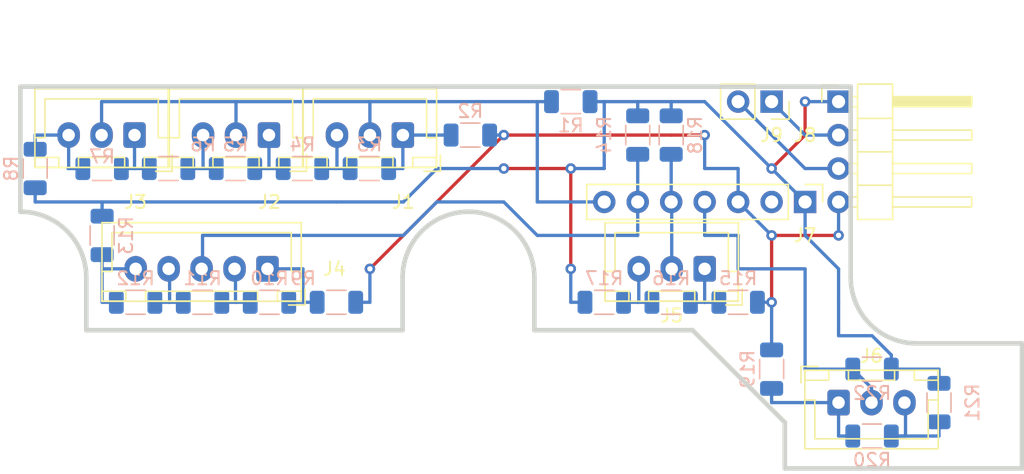
<source format=kicad_pcb>
(kicad_pcb (version 20211014) (generator pcbnew)
  (layers (0 "F.Cu" signal) (31 "B.Cu" signal) (34 "B.Paste" user) (35 "F.Paste" user) (36 "B.SilkS" user "B.Silkscreen") (37 "F.SilkS" user "F.Silkscreen") (38 "B.Mask" user) (39 "F.Mask" user) (44 "Edge.Cuts" user))
  (net 0 "")
  (net 1 "Net-(J2-Pad3)")
  (net 2 "Net-(J1-Pad1)")
  (net 3 "Net-(J1-Pad2)")
  (net 4 "Net-(J1-Pad3)")
  (net 5 "Net-(J2-Pad1)")
  (net 6 "Net-(J3-Pad1)")
  (net 7 "Net-(J3-Pad3)")
  (net 8 "Net-(J4-Pad1)")
  (net 9 "Net-(J4-Pad2)")
  (net 10 "Net-(J4-Pad3)")
  (net 11 "Net-(J4-Pad4)")
  (net 12 "Net-(J4-Pad5)")
  (net 13 "Net-(J5-Pad1)")
  (net 14 "Net-(J6-Pad1)")
  (net 15 "Net-(J6-Pad2)")
  (net 16 "Net-(J6-Pad3)")
  (net 17 "Net-(J5-Pad2)")
  (net 18 "Net-(J5-Pad3)")
  (net 20 "Net-(J7-Pad1)")
  (net 21 "Net-(J7-Pad3)")
  (net 22 "Net-(J8-Pad2)")
  (net 23 "Net-(J8-Pad3)")
  (footprint "Connector_JST:JST_XH_B5B-XH-A_1x05_P2.50mm_Vertical" (layer "F.Cu") (at 88.748004 53.34 180)
    (fp_text reference "J4" (at -5.08 0) (layer "F.SilkS"))
    (fp_text value "Conn_01x05_Male")
    (pad "1" thru_hole roundrect (at 0 0 180) (size 1.7 1.95) (drill 0.95) (layers *.Cu *.Mask) (roundrect_rratio 0.1470588235) (net 8 "Net-(J4-Pad1)"))
    (pad "2" thru_hole oval (at 2.5 0 180) (size 1.7 1.95) (drill 0.95) (layers *.Cu *.Mask) (net 9 "Net-(J4-Pad2)"))
    (pad "3" thru_hole oval (at 5 0 180) (size 1.7 1.95) (drill 0.95) (layers *.Cu *.Mask) (net 10 "Net-(J4-Pad3)"))
    (pad "4" thru_hole oval (at 7.5 0 180) (size 1.7 1.95) (drill 0.95) (layers *.Cu *.Mask) (net 11 "Net-(J4-Pad4)"))
    (pad "5" thru_hole oval (at 10 0 180) (size 1.7 1.95) (drill 0.95) (layers *.Cu *.Mask) (net 12 "Net-(J4-Pad5)"))
  )
  (footprint "Connector_JST:JST_XH_B3B-XH-A_1x03_P2.50mm_Vertical" (layer "F.Cu") (at 121.92 53.34 180)
    (fp_text reference "J5" (at 2.5 -3.55) (layer "F.SilkS"))
    (fp_text value "Conn_01x03_Male")
    (pad "1" thru_hole roundrect (at 0 0 180) (size 1.7 1.95) (drill 0.95) (layers *.Cu *.Mask) (roundrect_rratio 0.1470588235) (net 13 "Net-(J5-Pad1)"))
    (pad "2" thru_hole oval (at 2.5 0 180) (size 1.7 1.95) (drill 0.95) (layers *.Cu *.Mask) (net 17 "Net-(J5-Pad2)"))
    (pad "3" thru_hole oval (at 5 0 180) (size 1.7 1.95) (drill 0.95) (layers *.Cu *.Mask) (net 18 "Net-(J5-Pad3)"))
  )
  (footprint "Connector_JST:JST_XH_B3B-XH-A_1x03_P2.50mm_Vertical" (layer "F.Cu") (at 132.08 63.5)
    (fp_text reference "J6" (at 2.5 -3.55) (layer "F.SilkS"))
    (fp_text value "Conn_01x03_Male")
    (pad "1" thru_hole roundrect (at 0 0) (size 1.7 1.95) (drill 0.95) (layers *.Cu *.Mask) (roundrect_rratio 0.1470588235) (net 14 "Net-(J6-Pad1)"))
    (pad "2" thru_hole oval (at 2.5 0) (size 1.7 1.95) (drill 0.95) (layers *.Cu *.Mask) (net 15 "Net-(J6-Pad2)"))
    (pad "3" thru_hole oval (at 5 0) (size 1.7 1.95) (drill 0.95) (layers *.Cu *.Mask) (net 16 "Net-(J6-Pad3)"))
  )
  (footprint "Connector_JST:JST_XH_B3B-XH-A_1x03_P2.50mm_Vertical" (layer "F.Cu") (at 78.66 43.18 180)
    (fp_text reference "J3" (at -0.08 -5.08) (layer "F.SilkS"))
    (fp_text value "Conn_01x03_Male")
    (pad "1" thru_hole roundrect (at 0 0 180) (size 1.7 1.95) (drill 0.95) (layers *.Cu *.Mask) (roundrect_rratio 0.1470588235) (net 6 "Net-(J3-Pad1)"))
    (pad "2" thru_hole oval (at 2.5 0 180) (size 1.7 1.95) (drill 0.95) (layers *.Cu *.Mask) (net 3 "Net-(J1-Pad2)"))
    (pad "3" thru_hole oval (at 5 0 180) (size 1.7 1.95) (drill 0.95) (layers *.Cu *.Mask) (net 7 "Net-(J3-Pad3)"))
  )
  (footprint "Connector_PinSocket_2.54mm:PinSocket_1x02_P2.54mm_Vertical" (layer "F.Cu") (at 127 40.64 -90)
    (fp_text reference "J9" (at 2.54 0) (layer "F.SilkS"))
    (fp_text value "Conn_01x02_Female")
    (pad "1" thru_hole rect (at 0 0 270) (size 1.7 1.7) (drill 1) (layers *.Cu *.Mask) (net 22 "Net-(J8-Pad2)"))
    (pad "2" thru_hole oval (at 0 2.54 270) (size 1.7 1.7) (drill 1) (layers *.Cu *.Mask) (net 23 "Net-(J8-Pad3)"))
  )
  (footprint "Connector_PinHeader_2.54mm:PinHeader_1x04_P2.54mm_Horizontal" (layer "F.Cu") (at 132.08 40.64)
    (fp_text reference "J8" (at -2.54 2.54) (layer "F.SilkS"))
    (fp_text value "Conn_01x04_Male")
    (pad "1" thru_hole rect (at 0 0) (size 1.7 1.7) (drill 1) (layers *.Cu *.Mask) (net 20 "Net-(J7-Pad1)"))
    (pad "2" thru_hole oval (at 0 2.54) (size 1.7 1.7) (drill 1) (layers *.Cu *.Mask) (net 22 "Net-(J8-Pad2)"))
    (pad "3" thru_hole oval (at 0 5.08) (size 1.7 1.7) (drill 1) (layers *.Cu *.Mask) (net 23 "Net-(J8-Pad3)"))
    (pad "4" thru_hole oval (at 0 7.62) (size 1.7 1.7) (drill 1) (layers *.Cu *.Mask) (net 21 "Net-(J7-Pad3)"))
  )
  (footprint "Connector_JST:JST_XH_B3B-XH-A_1x03_P2.50mm_Vertical" (layer "F.Cu") (at 99.02 43.18 180)
    (fp_text reference "J1" (at -0.04 -5.08) (layer "F.SilkS"))
    (fp_text value "Conn_01x03_Male")
    (pad "1" thru_hole roundrect (at 0 0 180) (size 1.7 1.95) (drill 0.95) (layers *.Cu *.Mask) (roundrect_rratio 0.1470588235) (net 2 "Net-(J1-Pad1)"))
    (pad "2" thru_hole oval (at 2.5 0 180) (size 1.7 1.95) (drill 0.95) (layers *.Cu *.Mask) (net 3 "Net-(J1-Pad2)"))
    (pad "3" thru_hole oval (at 5 0 180) (size 1.7 1.95) (drill 0.95) (layers *.Cu *.Mask) (net 4 "Net-(J1-Pad3)"))
  )
  (footprint "Connector_JST:JST_XH_B3B-XH-A_1x03_P2.50mm_Vertical" (layer "F.Cu") (at 88.86 43.18 180)
    (fp_text reference "J2" (at -0.04 -5.08) (layer "F.SilkS"))
    (fp_text value "Conn_01x03_Male")
    (pad "1" thru_hole roundrect (at 0 0 180) (size 1.7 1.95) (drill 0.95) (layers *.Cu *.Mask) (roundrect_rratio 0.1470588235) (net 5 "Net-(J2-Pad1)"))
    (pad "2" thru_hole oval (at 2.5 0 180) (size 1.7 1.95) (drill 0.95) (layers *.Cu *.Mask) (net 3 "Net-(J1-Pad2)"))
    (pad "3" thru_hole oval (at 5 0 180) (size 1.7 1.95) (drill 0.95) (layers *.Cu *.Mask) (net 1 "Net-(J2-Pad3)"))
  )
  (footprint "Connector_PinHeader_2.54mm:PinHeader_1x07_P2.54mm_Vertical" (layer "F.Cu") (at 129.54 48.26 -90)
    (fp_text reference "J7" (at 2.54 0) (layer "F.SilkS"))
    (fp_text value "Conn_01x07_Male")
    (pad "1" thru_hole rect (at 0 0 270) (size 1.7 1.7) (drill 1) (layers *.Cu *.Mask) (net 20 "Net-(J7-Pad1)"))
    (pad "2" thru_hole oval (at 0 2.54 270) (size 1.7 1.7) (drill 1) (layers *.Cu *.Mask))
    (pad "3" thru_hole oval (at 0 5.08 270) (size 1.7 1.7) (drill 1) (layers *.Cu *.Mask) (net 21 "Net-(J7-Pad3)"))
    (pad "4" thru_hole oval (at 0 7.62 270) (size 1.7 1.7) (drill 1) (layers *.Cu *.Mask) (net 15 "Net-(J6-Pad2)"))
    (pad "5" thru_hole oval (at 0 10.16 270) (size 1.7 1.7) (drill 1) (layers *.Cu *.Mask) (net 17 "Net-(J5-Pad2)"))
    (pad "6" thru_hole oval (at 0 12.7 270) (size 1.7 1.7) (drill 1) (layers *.Cu *.Mask) (net 10 "Net-(J4-Pad3)"))
    (pad "7" thru_hole oval (at 0 15.24 270) (size 1.7 1.7) (drill 1) (layers *.Cu *.Mask) (net 3 "Net-(J1-Pad2)"))
  )
  (footprint "Resistor_SMD:R_1206_3216Metric" (layer "B.Cu") (at 83.82 55.88 180)
    (fp_text reference "R11" (at 0 1.82) (layer "B.SilkS") (effects (justify mirror)))
    (fp_text value "220R")
    (pad "1" smd roundrect (at -1.4625 0 180) (size 1.125 1.75) (layers "B.Cu" "B.Paste" "B.Mask") (roundrect_rratio 0.2222222222) (net 9 "Net-(J4-Pad2)"))
    (pad "2" smd roundrect (at 1.4625 0 180) (size 1.125 1.75) (layers "B.Cu" "B.Paste" "B.Mask") (roundrect_rratio 0.2222222222) (net 11 "Net-(J4-Pad4)"))
  )
  (footprint "Resistor_SMD:R_1206_3216Metric" (layer "B.Cu") (at 139.7 63.5 90)
    (fp_text reference "R21" (at 0 2.54 90) (layer "B.SilkS") (effects (justify mirror)))
    (fp_text value "220R")
    (pad "1" smd roundrect (at -1.4625 0 90) (size 1.125 1.75) (layers "B.Cu" "B.Paste" "B.Mask") (roundrect_rratio 0.2222222222) (net 16 "Net-(J6-Pad3)"))
    (pad "2" smd roundrect (at 1.4625 0 90) (size 1.125 1.75) (layers "B.Cu" "B.Paste" "B.Mask") (roundrect_rratio 0.2222222222) (net 20 "Net-(J7-Pad1)"))
  )
  (footprint "Resistor_SMD:R_1206_3216Metric" (layer "B.Cu") (at 76.2 50.8 90)
    (fp_text reference "R13" (at 0 1.82 90) (layer "B.SilkS") (effects (justify mirror)))
    (fp_text value "220R")
    (pad "1" smd roundrect (at -1.4625 0 90) (size 1.125 1.75) (layers "B.Cu" "B.Paste" "B.Mask") (roundrect_rratio 0.2222222222) (net 12 "Net-(J4-Pad5)"))
    (pad "2" smd roundrect (at 1.4625 0 90) (size 1.125 1.75) (layers "B.Cu" "B.Paste" "B.Mask") (roundrect_rratio 0.2222222222) (net 20 "Net-(J7-Pad1)"))
  )
  (footprint "Resistor_SMD:R_1206_3216Metric" (layer "B.Cu") (at 86.32 45.72 180)
    (fp_text reference "R5" (at 0 1.82) (layer "B.SilkS") (effects (justify mirror)))
    (fp_text value "220R")
    (pad "1" smd roundrect (at -1.4625 0 180) (size 1.125 1.75) (layers "B.Cu" "B.Paste" "B.Mask") (roundrect_rratio 0.2222222222) (net 5 "Net-(J2-Pad1)"))
    (pad "2" smd roundrect (at 1.4625 0 180) (size 1.125 1.75) (layers "B.Cu" "B.Paste" "B.Mask") (roundrect_rratio 0.2222222222) (net 1 "Net-(J2-Pad3)"))
  )
  (footprint "Resistor_SMD:R_1206_3216Metric" (layer "B.Cu") (at 91.4 45.72 180)
    (fp_text reference "R4" (at 0 1.82) (layer "B.SilkS") (effects (justify mirror)))
    (fp_text value "220R")
    (pad "1" smd roundrect (at -1.4625 0 180) (size 1.125 1.75) (layers "B.Cu" "B.Paste" "B.Mask") (roundrect_rratio 0.2222222222) (net 4 "Net-(J1-Pad3)"))
    (pad "2" smd roundrect (at 1.4625 0 180) (size 1.125 1.75) (layers "B.Cu" "B.Paste" "B.Mask") (roundrect_rratio 0.2222222222) (net 5 "Net-(J2-Pad1)"))
  )
  (footprint "Resistor_SMD:R_1206_3216Metric" (layer "B.Cu") (at 119.38 43.18 90)
    (fp_text reference "R18" (at 0 1.82 90) (layer "B.SilkS") (effects (justify mirror)))
    (fp_text value "220R")
    (pad "1" smd roundrect (at -1.4625 0 90) (size 1.125 1.75) (layers "B.Cu" "B.Paste" "B.Mask") (roundrect_rratio 0.2222222222) (net 17 "Net-(J5-Pad2)"))
    (pad "2" smd roundrect (at 1.4625 0 90) (size 1.125 1.75) (layers "B.Cu" "B.Paste" "B.Mask") (roundrect_rratio 0.2222222222) (net 20 "Net-(J7-Pad1)"))
  )
  (footprint "Resistor_SMD:R_1206_3216Metric" (layer "B.Cu") (at 76.2 45.72 180)
    (fp_text reference "R7" (at 0 0.91) (layer "B.SilkS") (effects (justify mirror)))
    (fp_text value "220R")
    (pad "1" smd roundrect (at -1.4625 0 180) (size 1.125 1.75) (layers "B.Cu" "B.Paste" "B.Mask") (roundrect_rratio 0.2222222222) (net 6 "Net-(J3-Pad1)"))
    (pad "2" smd roundrect (at 1.4625 0 180) (size 1.125 1.75) (layers "B.Cu" "B.Paste" "B.Mask") (roundrect_rratio 0.2222222222) (net 7 "Net-(J3-Pad3)"))
  )
  (footprint "Resistor_SMD:R_1206_3216Metric" (layer "B.Cu") (at 104.14 43.18 180)
    (fp_text reference "R2" (at 0 1.82) (layer "B.SilkS") (effects (justify mirror)))
    (fp_text value "220R")
    (pad "1" smd roundrect (at -1.4625 0 180) (size 1.125 1.75) (layers "B.Cu" "B.Paste" "B.Mask") (roundrect_rratio 0.2222222222) (net 21 "Net-(J7-Pad3)"))
    (pad "2" smd roundrect (at 1.4625 0 180) (size 1.125 1.75) (layers "B.Cu" "B.Paste" "B.Mask") (roundrect_rratio 0.2222222222) (net 2 "Net-(J1-Pad1)"))
  )
  (footprint "Resistor_SMD:R_1206_3216Metric" (layer "B.Cu") (at 127 60.96 -90)
    (fp_text reference "R19" (at 0 1.82 90) (layer "B.SilkS") (effects (justify mirror)))
    (fp_text value "220R")
    (pad "1" smd roundrect (at -1.4625 0 270) (size 1.125 1.75) (layers "B.Cu" "B.Paste" "B.Mask") (roundrect_rratio 0.2222222222) (net 21 "Net-(J7-Pad3)"))
    (pad "2" smd roundrect (at 1.4625 0 270) (size 1.125 1.75) (layers "B.Cu" "B.Paste" "B.Mask") (roundrect_rratio 0.2222222222) (net 14 "Net-(J6-Pad1)"))
  )
  (footprint "Resistor_SMD:R_1206_3216Metric" (layer "B.Cu") (at 96.48 45.72 180)
    (fp_text reference "R3" (at 0 1.82) (layer "B.SilkS") (effects (justify mirror)))
    (fp_text value "220R")
    (pad "1" smd roundrect (at -1.4625 0 180) (size 1.125 1.75) (layers "B.Cu" "B.Paste" "B.Mask") (roundrect_rratio 0.2222222222) (net 2 "Net-(J1-Pad1)"))
    (pad "2" smd roundrect (at 1.4625 0 180) (size 1.125 1.75) (layers "B.Cu" "B.Paste" "B.Mask") (roundrect_rratio 0.2222222222) (net 4 "Net-(J1-Pad3)"))
  )
  (footprint "Resistor_SMD:R_1206_3216Metric" (layer "B.Cu") (at 114.3 55.88 180)
    (fp_text reference "R17" (at 0 1.82) (layer "B.SilkS") (effects (justify mirror)))
    (fp_text value "220R")
    (pad "1" smd roundrect (at -1.4625 0 180) (size 1.125 1.75) (layers "B.Cu" "B.Paste" "B.Mask") (roundrect_rratio 0.2222222222) (net 18 "Net-(J5-Pad3)"))
    (pad "2" smd roundrect (at 1.4625 0 180) (size 1.125 1.75) (layers "B.Cu" "B.Paste" "B.Mask") (roundrect_rratio 0.2222222222) (net 20 "Net-(J7-Pad1)"))
  )
  (footprint "Resistor_SMD:R_1206_3216Metric" (layer "B.Cu") (at 93.98 55.88 180)
    (fp_text reference "R9" (at 2.54 1.82) (layer "B.SilkS") (effects (justify mirror)))
    (fp_text value "220R")
    (pad "1" smd roundrect (at -1.4625 0 180) (size 1.125 1.75) (layers "B.Cu" "B.Paste" "B.Mask") (roundrect_rratio 0.2222222222) (net 21 "Net-(J7-Pad3)"))
    (pad "2" smd roundrect (at 1.4625 0 180) (size 1.125 1.75) (layers "B.Cu" "B.Paste" "B.Mask") (roundrect_rratio 0.2222222222) (net 8 "Net-(J4-Pad1)"))
  )
  (footprint "Resistor_SMD:R_1206_3216Metric" (layer "B.Cu") (at 111.76 40.64)
    (fp_text reference "R1" (at 0 1.82) (layer "B.SilkS") (effects (justify mirror)))
    (fp_text value "220R")
    (pad "1" smd roundrect (at -1.4625 0) (size 1.125 1.75) (layers "B.Cu" "B.Paste" "B.Mask") (roundrect_rratio 0.2222222222) (net 3 "Net-(J1-Pad2)"))
    (pad "2" smd roundrect (at 1.4625 0) (size 1.125 1.75) (layers "B.Cu" "B.Paste" "B.Mask") (roundrect_rratio 0.2222222222) (net 20 "Net-(J7-Pad1)"))
  )
  (footprint "Resistor_SMD:R_1206_3216Metric" (layer "B.Cu") (at 124.46 55.88 180)
    (fp_text reference "R15" (at 0 1.82) (layer "B.SilkS") (effects (justify mirror)))
    (fp_text value "220R")
    (pad "1" smd roundrect (at -1.4625 0 180) (size 1.125 1.75) (layers "B.Cu" "B.Paste" "B.Mask") (roundrect_rratio 0.2222222222) (net 21 "Net-(J7-Pad3)"))
    (pad "2" smd roundrect (at 1.4625 0 180) (size 1.125 1.75) (layers "B.Cu" "B.Paste" "B.Mask") (roundrect_rratio 0.2222222222) (net 13 "Net-(J5-Pad1)"))
  )
  (footprint "Resistor_SMD:R_1206_3216Metric" (layer "B.Cu") (at 78.74 55.88 180)
    (fp_text reference "R12" (at 0 1.82) (layer "B.SilkS") (effects (justify mirror)))
    (fp_text value "220R")
    (pad "1" smd roundrect (at -1.4625 0 180) (size 1.125 1.75) (layers "B.Cu" "B.Paste" "B.Mask") (roundrect_rratio 0.2222222222) (net 11 "Net-(J4-Pad4)"))
    (pad "2" smd roundrect (at 1.4625 0 180) (size 1.125 1.75) (layers "B.Cu" "B.Paste" "B.Mask") (roundrect_rratio 0.2222222222) (net 12 "Net-(J4-Pad5)"))
  )
  (footprint "Resistor_SMD:R_1206_3216Metric" (layer "B.Cu") (at 71.12 45.72 -90)
    (fp_text reference "R8" (at 0 1.82 90) (layer "B.SilkS") (effects (justify mirror)))
    (fp_text value "220R")
    (pad "1" smd roundrect (at -1.4625 0 270) (size 1.125 1.75) (layers "B.Cu" "B.Paste" "B.Mask") (roundrect_rratio 0.2222222222) (net 7 "Net-(J3-Pad3)"))
    (pad "2" smd roundrect (at 1.4625 0 270) (size 1.125 1.75) (layers "B.Cu" "B.Paste" "B.Mask") (roundrect_rratio 0.2222222222) (net 20 "Net-(J7-Pad1)"))
  )
  (footprint "Resistor_SMD:R_1206_3216Metric" (layer "B.Cu") (at 119.38 55.88 180)
    (fp_text reference "R16" (at 0 1.82) (layer "B.SilkS") (effects (justify mirror)))
    (fp_text value "220R")
    (pad "1" smd roundrect (at -1.4625 0 180) (size 1.125 1.75) (layers "B.Cu" "B.Paste" "B.Mask") (roundrect_rratio 0.2222222222) (net 13 "Net-(J5-Pad1)"))
    (pad "2" smd roundrect (at 1.4625 0 180) (size 1.125 1.75) (layers "B.Cu" "B.Paste" "B.Mask") (roundrect_rratio 0.2222222222) (net 18 "Net-(J5-Pad3)"))
  )
  (footprint "Resistor_SMD:R_1206_3216Metric" (layer "B.Cu") (at 134.62 66.04)
    (fp_text reference "R20" (at 0 1.82) (layer "B.SilkS") (effects (justify mirror)))
    (fp_text value "220R")
    (pad "1" smd roundrect (at -1.4625 0) (size 1.125 1.75) (layers "B.Cu" "B.Paste" "B.Mask") (roundrect_rratio 0.2222222222) (net 14 "Net-(J6-Pad1)"))
    (pad "2" smd roundrect (at 1.4625 0) (size 1.125 1.75) (layers "B.Cu" "B.Paste" "B.Mask") (roundrect_rratio 0.2222222222) (net 16 "Net-(J6-Pad3)"))
  )
  (footprint "Resistor_SMD:R_1206_3216Metric" (layer "B.Cu") (at 116.84 43.18 90)
    (fp_text reference "R14" (at 0 -2.54 90) (layer "B.SilkS") (effects (justify mirror)))
    (fp_text value "220R")
    (pad "1" smd roundrect (at -1.4625 0 90) (size 1.125 1.75) (layers "B.Cu" "B.Paste" "B.Mask") (roundrect_rratio 0.2222222222) (net 10 "Net-(J4-Pad3)"))
    (pad "2" smd roundrect (at 1.4625 0 90) (size 1.125 1.75) (layers "B.Cu" "B.Paste" "B.Mask") (roundrect_rratio 0.2222222222) (net 20 "Net-(J7-Pad1)"))
  )
  (footprint "Resistor_SMD:R_1206_3216Metric" (layer "B.Cu") (at 88.9 55.88 180)
    (fp_text reference "R10" (at 0 1.82) (layer "B.SilkS") (effects (justify mirror)))
    (fp_text value "220R")
    (pad "1" smd roundrect (at -1.4625 0 180) (size 1.125 1.75) (layers "B.Cu" "B.Paste" "B.Mask") (roundrect_rratio 0.2222222222) (net 8 "Net-(J4-Pad1)"))
    (pad "2" smd roundrect (at 1.4625 0 180) (size 1.125 1.75) (layers "B.Cu" "B.Paste" "B.Mask") (roundrect_rratio 0.2222222222) (net 9 "Net-(J4-Pad2)"))
  )
  (footprint "Resistor_SMD:R_1206_3216Metric" (layer "B.Cu") (at 81.24 45.72 180)
    (fp_text reference "R6" (at -2.62 1.82) (layer "B.SilkS") (effects (justify mirror)))
    (fp_text value "220R")
    (pad "1" smd roundrect (at -1.4625 0 180) (size 1.125 1.75) (layers "B.Cu" "B.Paste" "B.Mask") (roundrect_rratio 0.2222222222) (net 1 "Net-(J2-Pad3)"))
    (pad "2" smd roundrect (at 1.4625 0 180) (size 1.125 1.75) (layers "B.Cu" "B.Paste" "B.Mask") (roundrect_rratio 0.2222222222) (net 6 "Net-(J3-Pad1)"))
  )
  (footprint "Resistor_SMD:R_1206_3216Metric" (layer "B.Cu") (at 134.62 60.96)
    (fp_text reference "R22" (at 0 1.82) (layer "B.SilkS") (effects (justify mirror)))
    (fp_text value "220R")
    (pad "1" smd roundrect (at -1.4625 0) (size 1.125 1.75) (layers "B.Cu" "B.Paste" "B.Mask") (roundrect_rratio 0.2222222222) (net 15 "Net-(J6-Pad2)"))
    (pad "2" smd roundrect (at 1.4625 0) (size 1.125 1.75) (layers "B.Cu" "B.Paste" "B.Mask") (roundrect_rratio 0.2222222222) (net 20 "Net-(J7-Pad1)"))
  )
  (gr_line (start 99.002782 53.832948) (end 99 54) (layer "Edge.Cuts") (width 0.349999))
  (gr_line (start 107.305175 50.248067) (end 107.051582 50.0391) (layer "Edge.Cuts") (width 0.349999))
  (gr_line (start 134.644126 57.706505) (end 134.831209 57.867676) (layer "Edge.Cuts") (width 0.349999))
  (gr_line (start 127.999999 64.999998) (end 127.999999 64.999998) (layer "Edge.Cuts") (width 0.349999))
  (gr_line (start 108.95603 53.337701) (end 108.901856 53.013599) (layer "Edge.Cuts") (width 0.349999))
  (gr_line (start 70.247943 49.006145) (end 70.000008 49) (layer "Edge.Cuts") (width 0.349999))
  (gr_line (start 134.464464 57.535533) (end 134.464464 57.535533) (layer "Edge.Cuts") (width 0.349999))
  (gr_line (start 109 57.999999) (end 109 57.999999) (layer "Edge.Cuts") (width 0.349999))
  (gr_line (start 101.5 49.669872) (end 101.5 49.669872) (layer "Edge.Cuts") (width 0.349999))
  (gr_line (start 71.218758 49.150794) (end 70.980013 49.096961) (layer "Edge.Cuts") (width 0.349999))
  (gr_line (start 133.479405 56.136414) (end 133.58903 56.354451) (layer "Edge.Cuts") (width 0.349999))
  (gr_line (start 133.292782 55.685866) (end 133.3806 55.913416) (layer "Edge.Cuts") (width 0.349999))
  (gr_line (start 99.043971 53.337702) (end 99.024833 53.501685) (layer "Edge.Cuts") (width 0.349999))
  (gr_line (start 103.676457 49.010466) (end 103.353966 49.041866) (layer "Edge.Cuts") (width 0.349999))
  (gr_line (start 134.13232 57.168788) (end 134.293492 57.35587) (layer "Edge.Cuts") (width 0.349999))
  (gr_line (start 100.234665 50.710154) (end 100.129805 50.834209) (layer "Edge.Cuts") (width 0.349999))
  (gr_line (start 145.999997 68.499998) (end 145.999997 68.499998) (layer "Edge.Cuts") (width 0.349999))
  (gr_line (start 74.783881 52.545823) (end 74.707222 52.314131) (layer "Edge.Cuts") (width 0.349999))
  (gr_line (start 106.5 49.669872) (end 106.205906 49.512871) (layer "Edge.Cuts") (width 0.349999))
  (gr_line (start 74.975541 53.50581) (end 74.945213 53.26165) (layer "Edge.Cuts") (width 0.349999))
  (gr_line (start 101.5 49.669872) (end 101.35672 49.755806) (layer "Edge.Cuts") (width 0.349999))
  (gr_line (start 99.669874 51.499999) (end 99.591221 51.641463) (layer "Edge.Cuts") (width 0.349999))
  (gr_line (start 99.068431 53.174969) (end 99.043971 53.337702) (layer "Edge.Cuts") (width 0.349999))
  (gr_line (start 132.999998 53.999999) (end 133.006143 54.247935) (layer "Edge.Cuts") (width 0.349999))
  (gr_line (start 73.535538 50.464466) (end 73.355876 50.293494) (layer "Edge.Cuts") (width 0.349999))
  (gr_line (start 133.58903 56.354451) (end 133.709303 56.567117) (layer "Edge.Cuts") (width 0.349999))
  (gr_line (start 135.025302 58.018878) (end 135.225995 58.15994) (layer "Edge.Cuts") (width 0.349999))
  (gr_line (start 73.355876 50.293494) (end 73.168793 50.132322) (layer "Edge.Cuts") (width 0.349999))
  (gr_line (start 133.024464 54.494187) (end 133.054793 54.738348) (layer "Edge.Cuts") (width 0.349999))
  (gr_line (start 72.774007 49.840058) (end 72.567122 49.709305) (layer "Edge.Cuts") (width 0.349999))
  (gr_line (start 102.095552 49.376803) (end 101.794095 49.512871) (layer "Edge.Cuts") (width 0.349999))
  (gr_line (start 99.098145 53.0136) (end 99.068431 53.174969) (layer "Edge.Cuts") (width 0.349999))
  (gr_line (start 75.000008 57.999999) (end 75.000008 53.999999) (layer "Edge.Cuts") (width 0.349999))
  (gr_line (start 120.999999 57.999999) (end 120.999999 57.999999) (layer "Edge.Cuts") (width 0.349999))
  (gr_line (start 106.205906 49.512871) (end 105.904449 49.376803) (layer "Edge.Cuts") (width 0.349999))
  (gr_line (start 106.5 49.669872) (end 106.5 49.669872) (layer "Edge.Cuts") (width 0.349999))
  (gr_line (start 133.3806 55.913416) (end 133.479405 56.136414) (layer "Edge.Cuts") (width 0.349999))
  (gr_line (start 132.999998 53.999999) (end 132.999998 53.999999) (layer "Edge.Cuts") (width 0.349999))
  (gr_line (start 99.447776 51.931785) (end 99.383114 52.080415) (layer "Edge.Cuts") (width 0.349999))
  (gr_line (start 99 57.999999) (end 99 57.999999) (layer "Edge.Cuts") (width 0.349999))
  (gr_line (start 74.2907 51.432881) (end 74.159947 51.225997) (layer "Edge.Cuts") (width 0.349999))
  (gr_line (start 100.343663 50.589398) (end 100.234665 50.710154) (layer "Edge.Cuts") (width 0.349999))
  (gr_line (start 99.753058 51.361153) (end 99.669874 51.499999) (layer "Edge.Cuts") (width 0.349999))
  (gr_line (start 70.494196 49.024466) (end 70.247943 49.006145) (layer "Edge.Cuts") (width 0.349999))
  (gr_line (start 105.283655 49.167467) (end 104.966423 49.0942) (layer "Edge.Cuts") (width 0.349999))
  (gr_line (start 137.999998 58.999999) (end 145.999997 58.999999) (layer "Edge.Cuts") (width 0.349999))
  (gr_line (start 145.999997 68.499998) (end 127.999999 68.499998) (layer "Edge.Cuts") (width 0.349999))
  (gr_line (start 102.40332 49.261668) (end 102.095552 49.376803) (layer "Edge.Cuts") (width 0.349999))
  (gr_line (start 145.999997 58.999999) (end 145.999997 68.499998) (layer "Edge.Cuts") (width 0.349999))
  (gr_line (start 70.738356 49.054795) (end 70.494196 49.024466) (layer "Edge.Cuts") (width 0.349999))
  (gr_line (start 99.932762 51.091764) (end 99.84071 51.225036) (layer "Edge.Cuts") (width 0.349999))
  (gr_line (start 75.000008 57.999999) (end 75.000008 57.999999) (layer "Edge.Cuts") (width 0.349999))
  (gr_line (start 133.054793 54.738348) (end 133.096959 54.980006) (layer "Edge.Cuts") (width 0.349999))
  (gr_line (start 103.033578 49.0942) (end 102.716346 49.167467) (layer "Edge.Cuts") (width 0.349999))
  (gr_line (start 108.482834 51.785428) (end 108.330127 51.499999) (layer "Edge.Cuts") (width 0.349999))
  (gr_line (start 134.293492 57.35587) (end 134.464464 57.535533) (layer "Edge.Cuts") (width 0.349999))
  (gr_line (start 72.9747 49.98112) (end 72.774007 49.840058) (layer "Edge.Cuts") (width 0.349999))
  (gr_line (start 100.029149 50.961451) (end 99.932762 51.091764) (layer "Edge.Cuts") (width 0.349999))
  (gr_line (start 100.456733 50.472056) (end 100.343663 50.589398) (layer "Edge.Cuts") (width 0.349999))
  (gr_line (start 101.35672 49.755806) (end 101.216986 49.846065) (layer "Edge.Cuts") (width 0.349999))
  (gr_line (start 100.573809 50.358241) (end 100.456733 50.472056) (layer "Edge.Cuts") (width 0.349999))
  (gr_line (start 127.999999 68.499998) (end 127.999999 64.999998) (layer "Edge.Cuts") (width 0.349999))
  (gr_line (start 74.849213 52.781246) (end 74.783881 52.545823) (layer "Edge.Cuts") (width 0.349999))
  (gr_line (start 107.051582 50.0391) (end 106.783015 49.846065) (layer "Edge.Cuts") (width 0.349999))
  (gr_line (start 133.096959 54.980006) (end 133.150792 55.218751) (layer "Edge.Cuts") (width 0.349999))
  (gr_line (start 135.645545 58.410966) (end 135.863582 58.520591) (layer "Edge.Cuts") (width 0.349999))
  (gr_line (start 74.945213 53.26165) (end 74.903046 53.019992) (layer "Edge.Cuts") (width 0.349999))
  (gr_line (start 101.216986 49.846065) (end 101.080864 49.940534) (layer "Edge.Cuts") (width 0.349999))
  (gr_line (start 137.505809 58.975532) (end 137.752062 58.993854) (layer "Edge.Cuts") (width 0.349999))
  (gr_line (start 135.225995 58.15994) (end 135.43288 58.290693) (layer "Edge.Cuts") (width 0.349999))
  (gr_line (start 108.731758 52.384045) (end 108.616886 52.080414) (layer "Edge.Cuts") (width 0.349999))
  (gr_line (start 73.168793 50.132322) (end 72.9747 49.98112) (layer "Edge.Cuts") (width 0.349999))
  (gr_line (start 108.159291 51.225036) (end 107.970852 50.96145) (layer "Edge.Cuts") (width 0.349999))
  (gr_line (start 70.980013 49.096961) (end 70.738356 49.054795) (layer "Edge.Cuts") (width 0.349999))
  (gr_line (start 73.70651 50.644128) (end 73.535538 50.464466) (layer "Edge.Cuts") (width 0.349999))
  (gr_line (start 99.323248 52.231207) (end 99.268243 52.384046) (layer "Edge.Cuts") (width 0.349999))
  (gr_line (start 100.129805 50.834209) (end 100.029149 50.961451) (layer "Edge.Cuts") (width 0.349999))
  (gr_line (start 72.354457 49.589032) (end 72.13642 49.479407) (layer "Edge.Cuts") (width 0.349999))
  (gr_line (start 74.903046 53.019992) (end 74.849213 52.781246) (layer "Edge.Cuts") (width 0.349999))
  (gr_line (start 70.000008 39.5) (end 70.000008 39.5) (layer "Edge.Cuts") (width 0.349999))
  (gr_line (start 70.000008 49) (end 70.000008 49) (layer "Edge.Cuts") (width 0.349999))
  (gr_line (start 73.867682 50.83121) (end 73.70651 50.644128) (layer "Edge.Cuts") (width 0.349999))
  (gr_line (start 99.268243 52.384046) (end 99.218164 52.538819) (layer "Edge.Cuts") (width 0.349999))
  (gr_line (start 133.216123 55.454175) (end 133.292782 55.685866) (layer "Edge.Cuts") (width 0.349999))
  (gr_line (start 145.999997 58.999999) (end 145.999997 58.999999) (layer "Edge.Cuts") (width 0.349999))
  (gr_line (start 127.999999 64.999998) (end 120.999999 57.999999) (layer "Edge.Cuts") (width 0.349999))
  (gr_line (start 99.011081 53.666805) (end 99.002782 53.832948) (layer "Edge.Cuts") (width 0.349999))
  (gr_line (start 99.591221 51.641463) (end 99.517167 51.785429) (layer "Edge.Cuts") (width 0.349999))
  (gr_line (start 101.080864 49.940534) (end 100.948419 50.0391) (layer "Edge.Cuts") (width 0.349999))
  (gr_line (start 135.863582 58.520591) (end 136.08658 58.619396) (layer "Edge.Cuts") (width 0.349999))
  (gr_line (start 101.794095 49.512871) (end 101.5 49.669872) (layer "Edge.Cuts") (width 0.349999))
  (gr_line (start 133.840056 56.774001) (end 133.981118 56.974695) (layer "Edge.Cuts") (width 0.349999))
  (gr_line (start 104.966423 49.0942) (end 104.646035 49.041866) (layer "Edge.Cuts") (width 0.349999))
  (gr_line (start 108.98892 53.666804) (end 108.95603 53.337701) (layer "Edge.Cuts") (width 0.349999))
  (gr_line (start 137.752062 58.993854) (end 137.999998 58.999999) (layer "Edge.Cuts") (width 0.349999))
  (gr_line (start 104.646035 49.041866) (end 104.323544 49.010466) (layer "Edge.Cuts") (width 0.349999))
  (gr_line (start 100.948419 50.0391) (end 100.819718 50.14165) (layer "Edge.Cuts") (width 0.349999))
  (gr_line (start 105.904449 49.376803) (end 105.596681 49.261668) (layer "Edge.Cuts") (width 0.349999))
  (gr_line (start 135.43288 58.290693) (end 135.645545 58.410966) (layer "Edge.Cuts") (width 0.349999))
  (gr_line (start 134.464464 57.535533) (end 134.644126 57.706505) (layer "Edge.Cuts") (width 0.349999))
  (gr_line (start 99.383114 52.080415) (end 99.323248 52.231207) (layer "Edge.Cuts") (width 0.349999))
  (gr_line (start 100.694826 50.248068) (end 100.573809 50.358241) (layer "Edge.Cuts") (width 0.349999))
  (gr_line (start 105.596681 49.261668) (end 105.283655 49.167467) (layer "Edge.Cuts") (width 0.349999))
  (gr_line (start 136.781245 58.849204) (end 137.01999 58.903037) (layer "Edge.Cuts") (width 0.349999))
  (gr_line (start 99.13305 52.85371) (end 99.098145 53.0136) (layer "Edge.Cuts") (width 0.349999))
  (gr_line (start 137.999998 58.999999) (end 137.999998 58.999999) (layer "Edge.Cuts") (width 0.349999))
  (gr_line (start 137.01999 58.903037) (end 137.261648 58.945203) (layer "Edge.Cuts") (width 0.349999))
  (gr_line (start 71.454181 49.216125) (end 71.218758 49.150794) (layer "Edge.Cuts") (width 0.349999))
  (gr_line (start 99 54) (end 99 54) (layer "Edge.Cuts") (width 0.349999))
  (gr_line (start 99 57.999999) (end 75.000008 57.999999) (layer "Edge.Cuts") (width 0.349999))
  (gr_line (start 71.685873 49.292784) (end 71.454181 49.216125) (layer "Edge.Cuts") (width 0.349999))
  (gr_line (start 73.535538 50.464466) (end 73.535538 50.464466) (layer "Edge.Cuts") (width 0.349999))
  (gr_line (start 109 57.999999) (end 109 53.999999) (layer "Edge.Cuts") (width 0.349999))
  (gr_line (start 133.709303 56.567117) (end 133.840056 56.774001) (layer "Edge.Cuts") (width 0.349999))
  (gr_line (start 102.716346 49.167467) (end 102.40332 49.261668) (layer "Edge.Cuts") (width 0.349999))
  (gr_line (start 136.08658 58.619396) (end 136.31413 58.707214) (layer "Edge.Cuts") (width 0.349999))
  (gr_line (start 104 48.999999) (end 103.676457 49.010466) (layer "Edge.Cuts") (width 0.349999))
  (gr_line (start 107.970852 50.96145) (end 107.765336 50.710153) (layer "Edge.Cuts") (width 0.349999))
  (gr_line (start 120.999999 57.999999) (end 109 57.999999) (layer "Edge.Cuts") (width 0.349999))
  (gr_line (start 137.261648 58.945203) (end 137.505809 58.975532) (layer "Edge.Cuts") (width 0.349999))
  (gr_line (start 72.567122 49.709305) (end 72.354457 49.589032) (layer "Edge.Cuts") (width 0.349999))
  (gr_line (start 70.000008 49) (end 70.000008 39.5) (layer "Edge.Cuts") (width 0.349999))
  (gr_line (start 132.999998 39.5) (end 132.999998 39.5) (layer "Edge.Cuts") (width 0.349999))
  (gr_line (start 74.707222 52.314131) (end 74.619404 52.086582) (layer "Edge.Cuts") (width 0.349999))
  (gr_line (start 106.783015 49.846065) (end 106.5 49.669872) (layer "Edge.Cuts") (width 0.349999))
  (gr_line (start 107.765336 50.710153) (end 107.543268 50.472055) (layer "Edge.Cuts") (width 0.349999))
  (gr_line (start 74.993863 53.752063) (end 74.975541 53.50581) (layer "Edge.Cuts") (width 0.349999))
  (gr_line (start 100.819718 50.14165) (end 100.694826 50.248068) (layer "Edge.Cuts") (width 0.349999))
  (gr_line (start 70.000008 39.5) (end 132.999998 39.5) (layer "Edge.Cuts") (width 0.349999))
  (gr_line (start 103.353966 49.041866) (end 103.033578 49.0942) (layer "Edge.Cuts") (width 0.349999))
  (gr_line (start 99 54) (end 99 57.999999) (layer "Edge.Cuts") (width 0.349999))
  (gr_line (start 75.000008 53.999999) (end 74.993863 53.752063) (layer "Edge.Cuts") (width 0.349999))
  (gr_line (start 71.913422 49.380602) (end 71.685873 49.292784) (layer "Edge.Cuts") (width 0.349999))
  (gr_line (start 99.218164 52.538819) (end 99.173078 52.695412) (layer "Edge.Cuts") (width 0.349999))
  (gr_line (start 99.517167 51.785429) (end 99.447776 51.931785) (layer "Edge.Cuts") (width 0.349999))
  (gr_line (start 136.545821 58.783873) (end 136.781245 58.849204) (layer "Edge.Cuts") (width 0.349999))
  (gr_line (start 108.616886 52.080414) (end 108.482834 51.785428) (layer "Edge.Cuts") (width 0.349999))
  (gr_line (start 74.520598 51.863583) (end 74.410973 51.645547) (layer "Edge.Cuts") (width 0.349999))
  (gr_line (start 75.000008 53.999999) (end 75.000008 53.999999) (layer "Edge.Cuts") (width 0.349999))
  (gr_line (start 108.901856 53.013599) (end 108.826923 52.69541) (layer "Edge.Cuts") (width 0.349999))
  (gr_line (start 99.024833 53.501685) (end 99.011081 53.666805) (layer "Edge.Cuts") (width 0.349999))
  (gr_line (start 133.981118 56.974695) (end 134.13232 57.168788) (layer "Edge.Cuts") (width 0.349999))
  (gr_line (start 127.999999 68.499998) (end 127.999999 68.499998) (layer "Edge.Cuts") (width 0.349999))
  (gr_line (start 74.018884 51.025303) (end 73.867682 50.83121) (layer "Edge.Cuts") (width 0.349999))
  (gr_line (start 74.619404 52.086582) (end 74.520598 51.863583) (layer "Edge.Cuts") (width 0.349999))
  (gr_line (start 132.999998 39.5) (end 132.999998 53.999999) (layer "Edge.Cuts") (width 0.349999))
  (gr_line (start 109 53.999999) (end 108.98892 53.666804) (layer "Edge.Cuts") (width 0.349999))
  (gr_line (start 134.831209 57.867676) (end 135.025302 58.018878) (layer "Edge.Cuts") (width 0.349999))
  (gr_line (start 99.173078 52.695412) (end 99.13305 52.85371) (layer "Edge.Cuts") (width 0.349999))
  (gr_line (start 74.159947 51.225997) (end 74.018884 51.025303) (layer "Edge.Cuts") (width 0.349999))
  (gr_line (start 133.150792 55.218751) (end 133.216123 55.454175) (layer "Edge.Cuts") (width 0.349999))
  (gr_line (start 108.826923 52.69541) (end 108.731758 52.384045) (layer "Edge.Cuts") (width 0.349999))
  (gr_line (start 133.006143 54.247935) (end 133.024464 54.494187) (layer "Edge.Cuts") (width 0.349999))
  (gr_line (start 136.31413 58.707214) (end 136.545821 58.783873) (layer "Edge.Cuts") (width 0.349999))
  (gr_line (start 74.410973 51.645547) (end 74.2907 51.432881) (layer "Edge.Cuts") (width 0.349999))
  (gr_line (start 72.13642 49.479407) (end 71.913422 49.380602) (layer "Edge.Cuts") (width 0.349999))
  (gr_line (start 108.330127 51.499999) (end 108.159291 51.225036) (layer "Edge.Cuts") (width 0.349999))
  (gr_line (start 104.323544 49.010466) (end 104 48.999999) (layer "Edge.Cuts") (width 0.349999))
  (gr_line (start 99.84071 51.225036) (end 99.753058 51.361153) (layer "Edge.Cuts") (width 0.349999))
  (gr_line (start 107.543268 50.472055) (end 107.305175 50.248067) (layer "Edge.Cuts") (width 0.349999))
  (segment (start 84.8575 45.72) (end 83.78 45.72) (width 0.25) (layer "B.Cu") (net 1))
  (segment (start 83.86 45.64) (end 83.78 45.72) (width 0.25) (layer "B.Cu") (net 1))
  (segment (start 83.86 43.18) (end 83.86 45.64) (width 0.25) (layer "B.Cu") (net 1))
  (segment (start 83.78 45.72) (end 82.7025 45.72) (width 0.25) (layer "B.Cu") (net 1))
  (segment (start 102.6775 43.18) (end 99.02 43.18) (width 0.25) (layer "B.Cu") (net 2))
  (segment (start 99.02 43.18) (end 99.02 45.72) (width 0.25) (layer "B.Cu") (net 2))
  (segment (start 99.02 45.72) (end 97.9425 45.72) (width 0.25) (layer "B.Cu") (net 2))
  (segment (start 96.48 40.64) (end 86.32 40.64) (width 0.25) (layer "B.Cu") (net 3))
  (segment (start 86.36 40.68) (end 86.36 43.18) (width 0.25) (layer "B.Cu") (net 3))
  (segment (start 86.32 40.64) (end 86.36 40.68) (width 0.25) (layer "B.Cu") (net 3))
  (segment (start 96.52 40.68) (end 96.48 40.64) (width 0.25) (layer "B.Cu") (net 3))
  (segment (start 86.32 40.64) (end 76.16 40.64) (width 0.25) (layer "B.Cu") (net 3))
  (segment (start 96.52 43.18) (end 96.52 40.68) (width 0.25) (layer "B.Cu") (net 3))
  (segment (start 109.22 48.26) (end 114.3 48.26) (width 0.25) (layer "B.Cu") (net 3))
  (segment (start 76.16 40.64) (end 76.16 43.18) (width 0.25) (layer "B.Cu") (net 3))
  (segment (start 96.48 40.64) (end 110.2325 40.64) (width 0.25) (layer "B.Cu") (net 3))
  (segment (start 109.22 40.64) (end 109.22 48.26) (width 0.25) (layer "B.Cu") (net 3))
  (segment (start 94.02 43.18) (end 94.02 45.64) (width 0.25) (layer "B.Cu") (net 4))
  (segment (start 94.02 45.64) (end 93.94 45.72) (width 0.25) (layer "B.Cu") (net 4))
  (segment (start 95.0175 45.72) (end 93.94 45.72) (width 0.25) (layer "B.Cu") (net 4))
  (segment (start 93.94 45.72) (end 92.8625 45.72) (width 0.25) (layer "B.Cu") (net 4))
  (segment (start 88.86 45.72) (end 87.7825 45.72) (width 0.25) (layer "B.Cu") (net 5))
  (segment (start 88.86 43.18) (end 88.86 45.72) (width 0.25) (layer "B.Cu") (net 5))
  (segment (start 89.9375 45.72) (end 88.86 45.72) (width 0.25) (layer "B.Cu") (net 5))
  (segment (start 78.66 45.68) (end 78.7 45.72) (width 0.25) (layer "B.Cu") (net 6))
  (segment (start 78.66 43.18) (end 78.66 45.68) (width 0.25) (layer "B.Cu") (net 6))
  (segment (start 79.7775 45.72) (end 78.7 45.72) (width 0.25) (layer "B.Cu") (net 6))
  (segment (start 78.7 45.72) (end 77.6225 45.72) (width 0.25) (layer "B.Cu") (net 6))
  (segment (start 74.6975 45.72) (end 73.62 45.72) (width 0.25) (layer "B.Cu") (net 7))
  (segment (start 73.66 43.18) (end 73.66 45.68) (width 0.25) (layer "B.Cu") (net 7))
  (segment (start 73.66 45.68) (end 73.62 45.72) (width 0.25) (layer "B.Cu") (net 7))
  (segment (start 73.66 43.18) (end 71.12 43.18) (width 0.25) (layer "B.Cu") (net 7))
  (segment (start 71.12 43.18) (end 71.12 44.2575) (width 0.25) (layer "B.Cu") (net 7))
  (segment (start 91.44 53.34) (end 88.748004 53.34) (width 0.25) (layer "B.Cu") (net 8))
  (segment (start 91.44 55.88) (end 91.44 53.34) (width 0.25) (layer "B.Cu") (net 8))
  (segment (start 91.44 55.88) (end 92.5175 55.88) (width 0.25) (layer "B.Cu") (net 8))
  (segment (start 90.3625 55.88) (end 91.44 55.88) (width 0.25) (layer "B.Cu") (net 8))
  (segment (start 87.4375 55.88) (end 86.36 55.88) (width 0.25) (layer "B.Cu") (net 9))
  (segment (start 86.32 55.84) (end 86.36 55.88) (width 0.25) (layer "B.Cu") (net 9))
  (segment (start 86.32 53.34) (end 86.32 55.84) (width 0.25) (layer "B.Cu") (net 9))
  (segment (start 86.36 55.88) (end 85.2825 55.88) (width 0.25) (layer "B.Cu") (net 9))
  (segment (start 99.06 50.8) (end 101.6 48.26) (width 0.25) (layer "B.Cu") (net 10))
  (segment (start 116.84 50.8) (end 116.84 48.26) (width 0.25) (layer "B.Cu") (net 10))
  (segment (start 109.22 50.8) (end 116.84 50.8) (width 0.25) (layer "B.Cu") (net 10))
  (segment (start 106.68 48.26) (end 109.22 50.8) (width 0.25) (layer "B.Cu") (net 10))
  (segment (start 101.6 48.26) (end 106.68 48.26) (width 0.25) (layer "B.Cu") (net 10))
  (segment (start 83.82 50.8) (end 99.06 50.8) (width 0.25) (layer "B.Cu") (net 10))
  (segment (start 116.84 48.26) (end 116.84 44.6425) (width 0.25) (layer "B.Cu") (net 10))
  (segment (start 83.82 53.34) (end 83.82 50.8) (width 0.25) (layer "B.Cu") (net 10))
  (segment (start 81.28 55.88) (end 82.3575 55.88) (width 0.25) (layer "B.Cu") (net 11))
  (segment (start 80.2025 55.88) (end 81.28 55.88) (width 0.25) (layer "B.Cu") (net 11))
  (segment (start 81.28 55.88) (end 81.32 55.84) (width 0.25) (layer "B.Cu") (net 11))
  (segment (start 81.32 55.84) (end 81.32 53.34) (width 0.25) (layer "B.Cu") (net 11))
  (segment (start 76.2 55.88) (end 76.2 53.34) (width 0.25) (layer "B.Cu") (net 12))
  (segment (start 76.2 55.88) (end 77.2775 55.88) (width 0.25) (layer "B.Cu") (net 12))
  (segment (start 76.2 52.2625) (end 76.2 53.34) (width 0.25) (layer "B.Cu") (net 12))
  (segment (start 76.2 53.34) (end 78.82 53.34) (width 0.25) (layer "B.Cu") (net 12))
  (segment (start 121.92 55.88) (end 121.92 53.34) (width 0.25) (layer "B.Cu") (net 13))
  (segment (start 121.92 55.88) (end 120.8425 55.88) (width 0.25) (layer "B.Cu") (net 13))
  (segment (start 121.92 55.88) (end 122.9975 55.88) (width 0.25) (layer "B.Cu") (net 13))
  (segment (start 132.08 66.04) (end 133.1575 66.04) (width 0.25) (layer "B.Cu") (net 14))
  (segment (start 132.08 63.5) (end 127 63.5) (width 0.25) (layer "B.Cu") (net 14))
  (segment (start 132.08 63.5) (end 132.08 66.04) (width 0.25) (layer "B.Cu") (net 14))
  (segment (start 127 63.5) (end 127 62.4225) (width 0.25) (layer "B.Cu") (net 14))
  (segment (start 124.46 53.34) (end 124.46 50.8) (width 0.25) (layer "B.Cu") (net 15))
  (segment (start 133.1575 60.96) (end 129.54 60.96) (width 0.25) (layer "B.Cu") (net 15))
  (segment (start 129.54 53.34) (end 124.46 53.34) (width 0.25) (layer "B.Cu") (net 15))
  (segment (start 121.92 50.8) (end 121.92 48.26) (width 0.25) (layer "B.Cu") (net 15))
  (segment (start 129.54 60.96) (end 129.54 53.34) (width 0.25) (layer "B.Cu") (net 15))
  (segment (start 124.46 50.8) (end 121.92 50.8) (width 0.25) (layer "B.Cu") (net 15))
  (segment (start 134.58 62.3825) (end 133.1575 60.96) (width 0.25) (layer "B.Cu") (net 15))
  (segment (start 134.58 63.5) (end 134.58 62.3825) (width 0.25) (layer "B.Cu") (net 15))
  (segment (start 136.0825 66.04) (end 137.16 66.04) (width 0.25) (layer "B.Cu") (net 16))
  (segment (start 139.7 64.9625) (end 139.7 66.04) (width 0.25) (layer "B.Cu") (net 16))
  (segment (start 139.7 66.04) (end 136.0825 66.04) (width 0.25) (layer "B.Cu") (net 16))
  (segment (start 137.16 66.04) (end 137.16 63.5) (width 0.25) (layer "B.Cu") (net 16))
  (segment (start 119.42 48.3) (end 119.38 48.26) (width 0.25) (layer "B.Cu") (net 17))
  (segment (start 119.42 53.34) (end 119.42 48.3) (width 0.25) (layer "B.Cu") (net 17))
  (segment (start 119.38 48.26) (end 119.38 44.6425) (width 0.25) (layer "B.Cu") (net 17))
  (segment (start 116.88 53.34) (end 116.84 53.34) (width 0.25) (layer "B.Cu") (net 18))
  (segment (start 116.92 55.8) (end 116.92 53.34) (width 0.25) (layer "B.Cu") (net 18))
  (segment (start 116.84 55.88) (end 117.9175 55.88) (width 0.25) (layer "B.Cu") (net 18))
  (segment (start 116.84 55.88) (end 116.92 55.8) (width 0.25) (layer "B.Cu") (net 18))
  (segment (start 116.84 55.88) (end 115.7625 55.88) (width 0.25) (layer "B.Cu") (net 18))
  (segment (start 111.76 50.8) (end 111.76 53.34) (width 0.25) (layer "F.Cu") (net 20))
  (segment (start 111.76 50.8) (end 111.76 45.72) (width 0.25) (layer "F.Cu") (net 20))
  (segment (start 129.54 40.64) (end 129.54 43.18) (width 0.25) (layer "F.Cu") (net 20))
  (segment (start 129.54 43.18) (end 127 45.72) (width 0.25) (layer "F.Cu") (net 20))
  (segment (start 111.76 45.72) (end 106.68 45.72) (width 0.25) (layer "F.Cu") (net 20))
  (via (at 106.68 45.72) (size 0.8) (drill 0.4) (layers "F.Cu" "B.Cu") (net 20))
  (via (at 111.76 45.72) (size 0.8) (drill 0.4) (layers "F.Cu" "B.Cu") (net 20))
  (via (at 127 45.72) (size 0.8) (drill 0.4) (layers "F.Cu" "B.Cu") (net 20))
  (via (at 111.76 53.34) (size 0.8) (drill 0.4) (layers "F.Cu" "B.Cu") (net 20))
  (via (at 129.54 40.64) (size 0.8) (drill 0.4) (layers "F.Cu" "B.Cu") (net 20))
  (segment (start 71.12 47.1825) (end 71.12 48.26) (width 0.25) (layer "B.Cu") (net 20))
  (segment (start 76.2 48.26) (end 93.98 48.26) (width 0.25) (layer "B.Cu") (net 20))
  (segment (start 116.84 40.64) (end 114.3 40.64) (width 0.25) (layer "B.Cu") (net 20))
  (segment (start 139.7 60.96) (end 136.0825 60.96) (width 0.25) (layer "B.Cu") (net 20))
  (segment (start 114.3 43.18) (end 114.3 45.72) (width 0.25) (layer "B.Cu") (net 20))
  (segment (start 136.0825 59.8825) (end 134.62 58.42) (width 0.25) (layer "B.Cu") (net 20))
  (segment (start 114.3 45.72) (end 111.76 45.72) (width 0.25) (layer "B.Cu") (net 20))
  (segment (start 119.38 40.64) (end 119.38 41.7175) (width 0.25) (layer "B.Cu") (net 20))
  (segment (start 111.76 53.34) (end 111.76 55.88) (width 0.25) (layer "B.Cu") (net 20))
  (segment (start 132.08 58.42) (end 132.08 55.88) (width 0.25) (layer "B.Cu") (net 20))
  (segment (start 114.3 43.18) (end 114.3 40.64) (width 0.25) (layer "B.Cu") (net 20))
  (segment (start 134.62 58.42) (end 132.08 58.42) (width 0.25) (layer "B.Cu") (net 20))
  (segment (start 121.92 40.64) (end 129.54 48.26) (width 0.25) (layer "B.Cu") (net 20))
  (segment (start 136.0825 60.96) (end 136.0825 59.8825) (width 0.25) (layer "B.Cu") (net 20))
  (segment (start 76.2 48.26) (end 76.2 49.3375) (width 0.25) (layer "B.Cu") (net 20))
  (segment (start 101.6 45.72) (end 104.14 45.72) (width 0.25) (layer "B.Cu") (net 20))
  (segment (start 116.84 40.64) (end 119.38 40.64) (width 0.25) (layer "B.Cu") (net 20))
  (segment (start 116.84 40.64) (end 116.84 41.7175) (width 0.25) (layer "B.Cu") (net 20))
  (segment (start 71.12 48.26) (end 76.2 48.26) (width 0.25) (layer "B.Cu") (net 20))
  (segment (start 111.76 55.88) (end 112.8375 55.88) (width 0.25) (layer "B.Cu") (net 20))
  (segment (start 104.14 45.72) (end 106.68 45.72) (width 0.25) (layer "B.Cu") (net 20))
  (segment (start 139.7 62.0375) (end 139.7 60.96) (width 0.25) (layer "B.Cu") (net 20))
  (segment (start 99.06 48.26) (end 101.6 45.72) (width 0.25) (layer "B.Cu") (net 20))
  (segment (start 132.08 53.34) (end 129.54 50.8) (width 0.25) (layer "B.Cu") (net 20))
  (segment (start 114.3 40.64) (end 113.2225 40.64) (width 0.25) (layer "B.Cu") (net 20))
  (segment (start 129.54 50.8) (end 129.54 48.26) (width 0.25) (layer "B.Cu") (net 20))
  (segment (start 119.38 40.64) (end 121.92 40.64) (width 0.25) (layer "B.Cu") (net 20))
  (segment (start 132.08 55.88) (end 132.08 53.34) (width 0.25) (layer "B.Cu") (net 20))
  (segment (start 93.98 48.26) (end 99.06 48.26) (width 0.25) (layer "B.Cu") (net 20))
  (segment (start 132.08 40.64) (end 129.54 40.64) (width 0.25) (layer "B.Cu") (net 20))
  (segment (start 96.52 53.34) (end 106.68 43.18) (width 0.25) (layer "F.Cu") (net 21))
  (segment (start 132.08 50.8) (end 127 50.8) (width 0.25) (layer "F.Cu") (net 21))
  (segment (start 127 55.88) (end 127 50.8) (width 0.25) (layer "F.Cu") (net 21))
  (segment (start 119.38 43.18) (end 106.68 43.18) (width 0.25) (layer "F.Cu") (net 21))
  (segment (start 119.38 43.18) (end 121.92 43.18) (width 0.25) (layer "F.Cu") (net 21))
  (via (at 121.92 43.18) (size 0.8) (drill 0.4) (layers "F.Cu" "B.Cu") (net 21))
  (via (at 96.52 53.34) (size 0.8) (drill 0.4) (layers "F.Cu" "B.Cu") (net 21))
  (via (at 127 50.8) (size 0.8) (drill 0.4) (layers "F.Cu" "B.Cu") (net 21))
  (via (at 127 55.88) (size 0.8) (drill 0.4) (layers "F.Cu" "B.Cu") (net 21))
  (via (at 106.68 43.18) (size 0.8) (drill 0.4) (layers "F.Cu" "B.Cu") (net 21))
  (via (at 132.08 50.8) (size 0.8) (drill 0.4) (layers "F.Cu" "B.Cu") (net 21))
  (segment (start 105.6025 43.18) (end 106.68 43.18) (width 0.25) (layer "B.Cu") (net 21))
  (segment (start 124.46 48.26) (end 127 50.8) (width 0.25) (layer "B.Cu") (net 21))
  (segment (start 132.08 50.8) (end 132.08 48.26) (width 0.25) (layer "B.Cu") (net 21))
  (segment (start 127 59.4975) (end 127 55.88) (width 0.25) (layer "B.Cu") (net 21))
  (segment (start 95.4425 55.88) (end 96.52 55.88) (width 0.25) (layer "B.Cu") (net 21))
  (segment (start 124.46 48.26) (end 124.46 45.72) (width 0.25) (layer "B.Cu") (net 21))
  (segment (start 121.92 45.72) (end 121.92 43.18) (width 0.25) (layer "B.Cu") (net 21))
  (segment (start 124.46 45.72) (end 121.92 45.72) (width 0.25) (layer "B.Cu") (net 21))
  (segment (start 96.52 55.88) (end 96.52 53.34) (width 0.25) (layer "B.Cu") (net 21))
  (segment (start 125.9225 55.88) (end 127 55.88) (width 0.25) (layer "B.Cu") (net 21))
  (segment (start 127 40.64) (end 129.54 43.18) (width 0.25) (layer "B.Cu") (net 22))
  (segment (start 129.54 43.18) (end 132.08 43.18) (width 0.25) (layer "B.Cu") (net 22))
  (segment (start 124.46 40.64) (end 129.54 45.72) (width 0.25) (layer "B.Cu") (net 23))
  (segment (start 129.54 45.72) (end 132.08 45.72) (width 0.25) (layer "B.Cu") (net 23))
)
</source>
